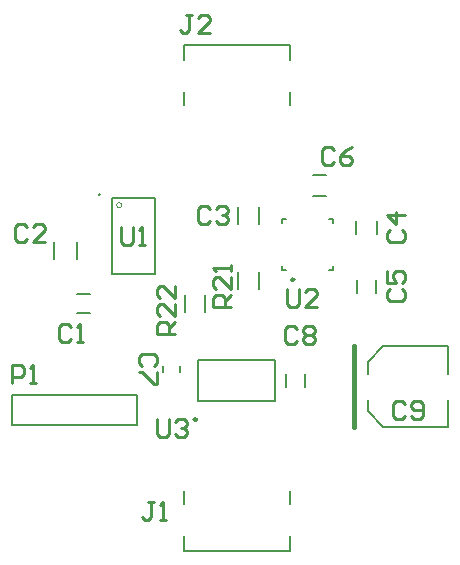
<source format=gto>
G04*
G04 #@! TF.GenerationSoftware,Altium Limited,Altium Designer,25.8.1 (18)*
G04*
G04 Layer_Color=65535*
%FSLAX25Y25*%
%MOIN*%
G70*
G04*
G04 #@! TF.SameCoordinates,A983AF23-00B2-4BB8-8B37-399FEAB5BF34*
G04*
G04*
G04 #@! TF.FilePolarity,Positive*
G04*
G01*
G75*
%ADD10C,0.00984*%
%ADD11C,0.00197*%
%ADD12C,0.00787*%
%ADD13C,0.01575*%
%ADD14C,0.00500*%
%ADD15C,0.01000*%
D10*
X65453Y38209D02*
G03*
X65453Y38209I-492J0D01*
G01*
X97933Y84842D02*
G03*
X97933Y84842I-492J0D01*
G01*
D11*
X40447Y109646D02*
G03*
X40447Y109646I-880J0D01*
G01*
D02*
G03*
X40447Y109646I-880J0D01*
G01*
X33268Y113189D02*
G03*
X33268Y113189I-394J0D01*
G01*
D12*
X65935Y44282D02*
X91545D01*
Y58081D01*
X65935D02*
X91545D01*
X65935Y44282D02*
Y58081D01*
X104134Y112598D02*
X108465D01*
X104134Y119685D02*
X108465D01*
X122441Y53543D02*
Y57480D01*
X127559Y62598D01*
X122441Y40945D02*
X127559Y35827D01*
X122441Y40945D02*
Y44882D01*
X127559Y62598D02*
X149213D01*
Y53543D02*
Y62598D01*
Y35827D02*
Y44882D01*
X127559Y35827D02*
X149213D01*
X118898Y80512D02*
Y84842D01*
X125197Y80512D02*
Y84842D01*
X125591Y100197D02*
Y104528D01*
X118504Y100197D02*
Y104528D01*
X86122Y103543D02*
Y109055D01*
X79232Y103543D02*
Y109055D01*
X25394Y91634D02*
Y97342D01*
X17913Y91634D02*
Y97342D01*
X54232Y54232D02*
Y56004D01*
X59941Y54232D02*
Y56004D01*
X25394Y79921D02*
X29724D01*
X25394Y73622D02*
X29724D01*
X86024Y81791D02*
Y87500D01*
X79331Y81791D02*
Y87500D01*
X68307Y73917D02*
Y79626D01*
X61614Y73917D02*
Y79626D01*
X95276Y49016D02*
Y53347D01*
X101575Y49016D02*
Y53347D01*
X45433Y36339D02*
Y46339D01*
X3937Y36339D02*
X45433D01*
X3937D02*
Y46339D01*
X45433D01*
X93898Y103642D02*
Y104921D01*
X95177D01*
X109547D02*
X110827D01*
Y103642D02*
Y104921D01*
Y87992D02*
Y89272D01*
X109547Y87992D02*
X110827D01*
X93898D02*
Y89272D01*
Y87992D02*
X95177D01*
X37106Y112205D02*
X51476D01*
Y86614D02*
Y112205D01*
X37106Y86614D02*
X51476D01*
X37106D02*
Y112205D01*
D13*
X117717Y35827D02*
Y62598D01*
D14*
X61142Y163012D02*
X96339D01*
X61142Y143130D02*
Y147461D01*
Y158091D02*
Y163012D01*
X96339Y143130D02*
Y147461D01*
Y158091D02*
Y163012D01*
X61142Y-5531D02*
Y-610D01*
Y10020D02*
Y14350D01*
X96339Y-5531D02*
Y-610D01*
Y10020D02*
Y14350D01*
X61142Y-5531D02*
X96339D01*
D15*
X58117Y66806D02*
X52119D01*
Y69805D01*
X53119Y70804D01*
X55118D01*
X56118Y69805D01*
Y66806D01*
Y68805D02*
X58117Y70804D01*
Y76802D02*
Y72804D01*
X54118Y76802D01*
X53119D01*
X52119Y75803D01*
Y73804D01*
X53119Y72804D01*
X58117Y82801D02*
Y78802D01*
X54118Y82801D01*
X53119D01*
X52119Y81801D01*
Y79801D01*
X53119Y78802D01*
X76993Y75647D02*
X70995D01*
Y78646D01*
X71995Y79646D01*
X73994D01*
X74994Y78646D01*
Y75647D01*
Y77646D02*
X76993Y79646D01*
Y85644D02*
Y81645D01*
X72995Y85644D01*
X71995D01*
X70995Y84644D01*
Y82644D01*
X71995Y81645D01*
X76993Y87643D02*
Y89642D01*
Y88643D01*
X70995D01*
X71995Y87643D01*
X23622Y68928D02*
X22622Y69928D01*
X20623D01*
X19623Y68928D01*
Y64930D01*
X20623Y63930D01*
X22622D01*
X23622Y64930D01*
X25621Y63930D02*
X27621D01*
X26621D01*
Y69928D01*
X25621Y68928D01*
X52088Y38432D02*
Y33434D01*
X53088Y32434D01*
X55087D01*
X56087Y33434D01*
Y38432D01*
X58086Y37432D02*
X59086Y38432D01*
X61085D01*
X62085Y37432D01*
Y36433D01*
X61085Y35433D01*
X60086D01*
X61085D01*
X62085Y34433D01*
Y33434D01*
X61085Y32434D01*
X59086D01*
X58086Y33434D01*
X3993Y50293D02*
Y56291D01*
X6992D01*
X7992Y55291D01*
Y53292D01*
X6992Y52292D01*
X3993D01*
X9991Y50293D02*
X11990D01*
X10991D01*
Y56291D01*
X9991Y55291D01*
X134827Y43338D02*
X133827Y44338D01*
X131828D01*
X130828Y43338D01*
Y39339D01*
X131828Y38340D01*
X133827D01*
X134827Y39339D01*
X136826D02*
X137826Y38340D01*
X139825D01*
X140825Y39339D01*
Y43338D01*
X139825Y44338D01*
X137826D01*
X136826Y43338D01*
Y42338D01*
X137826Y41339D01*
X140825D01*
X98792Y68491D02*
X97792Y69491D01*
X95793D01*
X94793Y68491D01*
Y64493D01*
X95793Y63493D01*
X97792D01*
X98792Y64493D01*
X100791Y68491D02*
X101791Y69491D01*
X103790D01*
X104790Y68491D01*
Y67492D01*
X103790Y66492D01*
X104790Y65492D01*
Y64493D01*
X103790Y63493D01*
X101791D01*
X100791Y64493D01*
Y65492D01*
X101791Y66492D01*
X100791Y67492D01*
Y68491D01*
X101791Y66492D02*
X103790D01*
X51212Y56118D02*
X52212Y57117D01*
Y59117D01*
X51212Y60116D01*
X47213D01*
X46214Y59117D01*
Y57117D01*
X47213Y56118D01*
X52212Y54118D02*
Y50120D01*
X51212D01*
X47213Y54118D01*
X46214D01*
X111205Y127984D02*
X110205Y128983D01*
X108206D01*
X107206Y127984D01*
Y123985D01*
X108206Y122985D01*
X110205D01*
X111205Y123985D01*
X117203Y128983D02*
X115204Y127984D01*
X113204Y125984D01*
Y123985D01*
X114204Y122985D01*
X116203D01*
X117203Y123985D01*
Y124985D01*
X116203Y125984D01*
X113204D01*
X129890Y81678D02*
X128891Y80678D01*
Y78679D01*
X129890Y77679D01*
X133889D01*
X134889Y78679D01*
Y80678D01*
X133889Y81678D01*
X128891Y87676D02*
Y83677D01*
X131890D01*
X130890Y85676D01*
Y86676D01*
X131890Y87676D01*
X133889D01*
X134889Y86676D01*
Y84676D01*
X133889Y83677D01*
X129890Y101363D02*
X128891Y100363D01*
Y98364D01*
X129890Y97364D01*
X133889D01*
X134889Y98364D01*
Y100363D01*
X133889Y101363D01*
X134889Y106361D02*
X128891D01*
X131890Y103362D01*
Y107361D01*
X69867Y108299D02*
X68867Y109298D01*
X66867D01*
X65868Y108299D01*
Y104300D01*
X66867Y103300D01*
X68867D01*
X69867Y104300D01*
X71866Y108299D02*
X72865Y109298D01*
X74865D01*
X75864Y108299D01*
Y107299D01*
X74865Y106299D01*
X73865D01*
X74865D01*
X75864Y105299D01*
Y104300D01*
X74865Y103300D01*
X72865D01*
X71866Y104300D01*
X8843Y102393D02*
X7843Y103393D01*
X5844D01*
X4844Y102393D01*
Y98394D01*
X5844Y97395D01*
X7843D01*
X8843Y98394D01*
X14841Y97395D02*
X10842D01*
X14841Y101393D01*
Y102393D01*
X13841Y103393D01*
X11842D01*
X10842Y102393D01*
X95395Y81739D02*
Y76741D01*
X96395Y75741D01*
X98394D01*
X99394Y76741D01*
Y81739D01*
X105392Y75741D02*
X101393D01*
X105392Y79740D01*
Y80739D01*
X104392Y81739D01*
X102393D01*
X101393Y80739D01*
X40293Y102409D02*
Y97410D01*
X41292Y96410D01*
X43292D01*
X44291Y97410D01*
Y102409D01*
X46291Y96410D02*
X48290D01*
X47290D01*
Y102409D01*
X46291Y101409D01*
X63692Y173091D02*
X61692D01*
X62692D01*
Y168093D01*
X61692Y167093D01*
X60693D01*
X59693Y168093D01*
X69690Y167093D02*
X65691D01*
X69690Y171092D01*
Y172091D01*
X68690Y173091D01*
X66691D01*
X65691Y172091D01*
X51181Y10873D02*
X49182D01*
X50181D01*
Y5875D01*
X49182Y4875D01*
X48182D01*
X47182Y5875D01*
X53180Y4875D02*
X55180D01*
X54180D01*
Y10873D01*
X53180Y9873D01*
M02*

</source>
